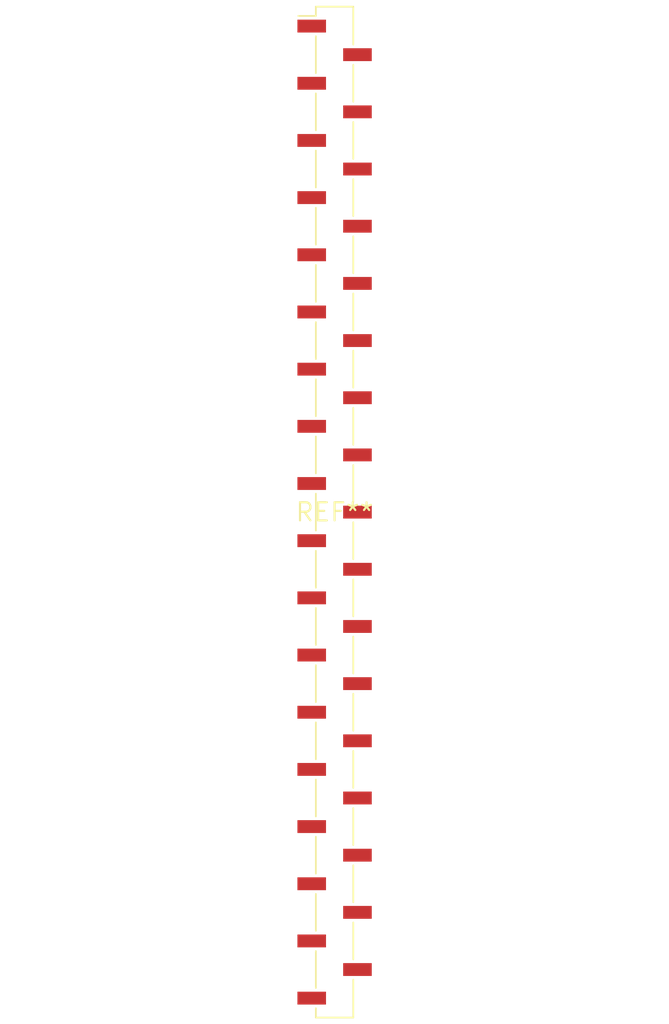
<source format=kicad_pcb>
(kicad_pcb (version 20240108) (generator pcbnew)
  (layers (0 "F.Cu" signal) (31 "B.Cu" signal) (34 "B.Paste" user) (35 "F.Paste" user) (36 "B.SilkS" user "B.Silkscreen") (37 "F.SilkS" user "F.Silkscreen") (38 "B.Mask" user) (39 "F.Mask" user) (44 "Edge.Cuts" user))
  (net 0 "")
  (footprint "PinSocket_1x35_P2.00mm_Vertical_SMD_Pin1Left" (layer "F.Cu") (at 0 0)
    (property "Reference" "REF**")
    (property "Value" "PinSocket_1x35_P2.00mm_Vertical_SMD_Pin1Left")
    (fp_line (start -2.54 -34.71) (end -1.31 -34.71) (layer "F.SilkS") (stroke (width 0.12)))
    (fp_line (start -1.31 -35.36) (end -1.31 -34.71) (layer "F.SilkS") (stroke (width 0.12)))
    (fp_line (start -1.31 -35.36) (end 1.31 -35.36) (layer "F.SilkS") (stroke (width 0.12)))
    (fp_line (start -1.31 -33.29) (end -1.31 -30.71) (layer "F.SilkS") (stroke (width 0.12)))
    (fp_line (start -1.31 -29.29) (end -1.31 -26.71) (layer "F.SilkS") (stroke (width 0.12)))
    (fp_line (start -1.31 -25.29) (end -1.31 -22.71) (layer "F.SilkS") (stroke (width 0.12)))
    (fp_line (start -1.31 -21.29) (end -1.31 -18.71) (layer "F.SilkS") (stroke (width 0.12)))
    (fp_line (start -1.31 -17.29) (end -1.31 -14.71) (layer "F.SilkS") (stroke (width 0.12)))
    (fp_line (start -1.31 -13.29) (end -1.31 -10.71) (layer "F.SilkS") (stroke (width 0.12)))
    (fp_line (start -1.31 -9.29) (end -1.31 -6.71) (layer "F.SilkS") (stroke (width 0.12)))
    (fp_line (start -1.31 -5.29) (end -1.31 -2.71) (layer "F.SilkS") (stroke (width 0.12)))
    (fp_line (start -1.31 -1.29) (end -1.31 1.29) (layer "F.SilkS") (stroke (width 0.12)))
    (fp_line (start -1.31 2.71) (end -1.31 5.29) (layer "F.SilkS") (stroke (width 0.12)))
    (fp_line (start -1.31 6.71) (end -1.31 9.29) (layer "F.SilkS") (stroke (width 0.12)))
    (fp_line (start -1.31 10.71) (end -1.31 13.29) (layer "F.SilkS") (stroke (width 0.12)))
    (fp_line (start -1.31 14.71) (end -1.31 17.29) (layer "F.SilkS") (stroke (width 0.12)))
    (fp_line (start -1.31 18.71) (end -1.31 21.29) (layer "F.SilkS") (stroke (width 0.12)))
    (fp_line (start -1.31 22.71) (end -1.31 25.29) (layer "F.SilkS") (stroke (width 0.12)))
    (fp_line (start -1.31 26.71) (end -1.31 29.29) (layer "F.SilkS") (stroke (width 0.12)))
    (fp_line (start -1.31 30.71) (end -1.31 33.29) (layer "F.SilkS") (stroke (width 0.12)))
    (fp_line (start -1.31 34.71) (end -1.31 35.36) (layer "F.SilkS") (stroke (width 0.12)))
    (fp_line (start -1.31 35.36) (end 1.31 35.36) (layer "F.SilkS") (stroke (width 0.12)))
    (fp_line (start 1.31 -35.36) (end 1.31 -32.71) (layer "F.SilkS") (stroke (width 0.12)))
    (fp_line (start 1.31 -31.29) (end 1.31 -28.71) (layer "F.SilkS") (stroke (width 0.12)))
    (fp_line (start 1.31 -27.29) (end 1.31 -24.71) (layer "F.SilkS") (stroke (width 0.12)))
    (fp_line (start 1.31 -23.29) (end 1.31 -20.71) (layer "F.SilkS") (stroke (width 0.12)))
    (fp_line (start 1.31 -19.29) (end 1.31 -16.71) (layer "F.SilkS") (stroke (width 0.12)))
    (fp_line (start 1.31 -15.29) (end 1.31 -12.71) (layer "F.SilkS") (stroke (width 0.12)))
    (fp_line (start 1.31 -11.29) (end 1.31 -8.71) (layer "F.SilkS") (stroke (width 0.12)))
    (fp_line (start 1.31 -7.29) (end 1.31 -4.71) (layer "F.SilkS") (stroke (width 0.12)))
    (fp_line (start 1.31 -3.29) (end 1.31 -0.71) (layer "F.SilkS") (stroke (width 0.12)))
    (fp_line (start 1.31 0.71) (end 1.31 3.29) (layer "F.SilkS") (stroke (width 0.12)))
    (fp_line (start 1.31 4.71) (end 1.31 7.29) (layer "F.SilkS") (stroke (width 0.12)))
    (fp_line (start 1.31 8.71) (end 1.31 11.29) (layer "F.SilkS") (stroke (width 0.12)))
    (fp_line (start 1.31 12.71) (end 1.31 15.29) (layer "F.SilkS") (stroke (width 0.12)))
    (fp_line (start 1.31 16.71) (end 1.31 19.29) (layer "F.SilkS") (stroke (width 0.12)))
    (fp_line (start 1.31 20.71) (end 1.31 23.29) (layer "F.SilkS") (stroke (width 0.12)))
    (fp_line (start 1.31 24.71) (end 1.31 27.29) (layer "F.SilkS") (stroke (width 0.12)))
    (fp_line (start 1.31 28.71) (end 1.31 31.29) (layer "F.SilkS") (stroke (width 0.12)))
    (fp_line (start 1.31 32.71) (end 1.31 35.36) (layer "F.SilkS") (stroke (width 0.12)))
    (pad "1" smd rect (at -1.6 -34) (size 2 0.9) (layers "F.Cu" "F.Paste" "F.Mask"))
    (pad "2" smd rect (at 1.6 -32) (size 2 0.9) (layers "F.Cu" "F.Paste" "F.Mask"))
    (pad "3" smd rect (at -1.6 -30) (size 2 0.9) (layers "F.Cu" "F.Paste" "F.Mask"))
    (pad "4" smd rect (at 1.6 -28) (size 2 0.9) (layers "F.Cu" "F.Paste" "F.Mask"))
    (pad "5" smd rect (at -1.6 -26) (size 2 0.9) (layers "F.Cu" "F.Paste" "F.Mask"))
    (pad "6" smd rect (at 1.6 -24) (size 2 0.9) (layers "F.Cu" "F.Paste" "F.Mask"))
    (pad "7" smd rect (at -1.6 -22) (size 2 0.9) (layers "F.Cu" "F.Paste" "F.Mask"))
    (pad "8" smd rect (at 1.6 -20) (size 2 0.9) (layers "F.Cu" "F.Paste" "F.Mask"))
    (pad "9" smd rect (at -1.6 -18) (size 2 0.9) (layers "F.Cu" "F.Paste" "F.Mask"))
    (pad "10" smd rect (at 1.6 -16) (size 2 0.9) (layers "F.Cu" "F.Paste" "F.Mask"))
    (pad "11" smd rect (at -1.6 -14) (size 2 0.9) (layers "F.Cu" "F.Paste" "F.Mask"))
    (pad "12" smd rect (at 1.6 -12) (size 2 0.9) (layers "F.Cu" "F.Paste" "F.Mask"))
    (pad "13" smd rect (at -1.6 -10) (size 2 0.9) (layers "F.Cu" "F.Paste" "F.Mask"))
    (pad "14" smd rect (at 1.6 -8) (size 2 0.9) (layers "F.Cu" "F.Paste" "F.Mask"))
    (pad "15" smd rect (at -1.6 -6) (size 2 0.9) (layers "F.Cu" "F.Paste" "F.Mask"))
    (pad "16" smd rect (at 1.6 -4) (size 2 0.9) (layers "F.Cu" "F.Paste" "F.Mask"))
    (pad "17" smd rect (at -1.6 -2) (size 2 0.9) (layers "F.Cu" "F.Paste" "F.Mask"))
    (pad "18" smd rect (at 1.6 0) (size 2 0.9) (layers "F.Cu" "F.Paste" "F.Mask"))
    (pad "19" smd rect (at -1.6 2) (size 2 0.9) (layers "F.Cu" "F.Paste" "F.Mask"))
    (pad "20" smd rect (at 1.6 4) (size 2 0.9) (layers "F.Cu" "F.Paste" "F.Mask"))
    (pad "21" smd rect (at -1.6 6) (size 2 0.9) (layers "F.Cu" "F.Paste" "F.Mask"))
    (pad "22" smd rect (at 1.6 8) (size 2 0.9) (layers "F.Cu" "F.Paste" "F.Mask"))
    (pad "23" smd rect (at -1.6 10) (size 2 0.9) (layers "F.Cu" "F.Paste" "F.Mask"))
    (pad "24" smd rect (at 1.6 12) (size 2 0.9) (layers "F.Cu" "F.Paste" "F.Mask"))
    (pad "25" smd rect (at -1.6 14) (size 2 0.9) (layers "F.Cu" "F.Paste" "F.Mask"))
    (pad "26" smd rect (at 1.6 16) (size 2 0.9) (layers "F.Cu" "F.Paste" "F.Mask"))
    (pad "27" smd rect (at -1.6 18) (size 2 0.9) (layers "F.Cu" "F.Paste" "F.Mask"))
    (pad "28" smd rect (at 1.6 20) (size 2 0.9) (layers "F.Cu" "F.Paste" "F.Mask"))
    (pad "29" smd rect (at -1.6 22) (size 2 0.9) (layers "F.Cu" "F.Paste" "F.Mask"))
    (pad "30" smd rect (at 1.6 24) (size 2 0.9) (layers "F.Cu" "F.Paste" "F.Mask"))
    (pad "31" smd rect (at -1.6 26) (size 2 0.9) (layers "F.Cu" "F.Paste" "F.Mask"))
    (pad "32" smd rect (at 1.6 28) (size 2 0.9) (layers "F.Cu" "F.Paste" "F.Mask"))
    (pad "33" smd rect (at -1.6 30) (size 2 0.9) (layers "F.Cu" "F.Paste" "F.Mask"))
    (pad "34" smd rect (at 1.6 32) (size 2 0.9) (layers "F.Cu" "F.Paste" "F.Mask"))
    (pad "35" smd rect (at -1.6 34) (size 2 0.9) (layers "F.Cu" "F.Paste" "F.Mask"))
  )
)
</source>
